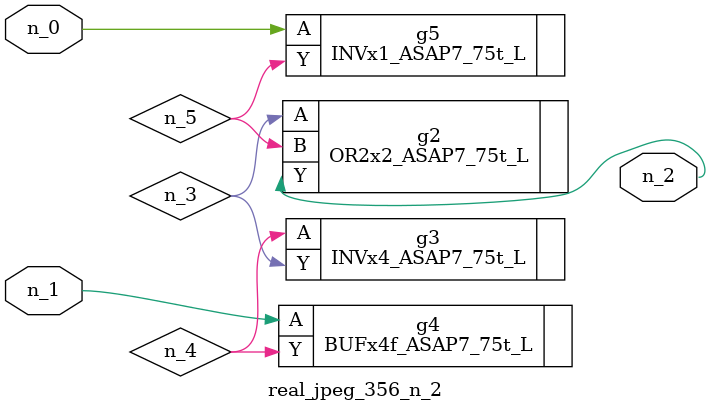
<source format=v>
module real_jpeg_356_n_2 (n_1, n_0, n_2);

input n_1;
input n_0;

output n_2;

wire n_5;
wire n_4;
wire n_3;

INVx1_ASAP7_75t_L g5 ( 
.A(n_0),
.Y(n_5)
);

BUFx4f_ASAP7_75t_L g4 ( 
.A(n_1),
.Y(n_4)
);

OR2x2_ASAP7_75t_L g2 ( 
.A(n_3),
.B(n_5),
.Y(n_2)
);

INVx4_ASAP7_75t_L g3 ( 
.A(n_4),
.Y(n_3)
);


endmodule
</source>
